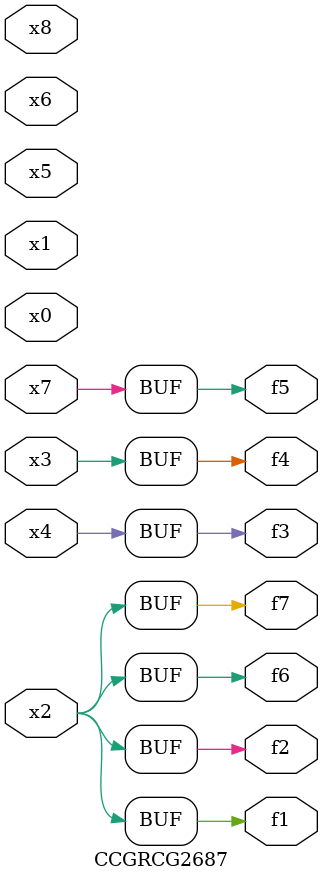
<source format=v>
module CCGRCG2687(
	input x0, x1, x2, x3, x4, x5, x6, x7, x8,
	output f1, f2, f3, f4, f5, f6, f7
);
	assign f1 = x2;
	assign f2 = x2;
	assign f3 = x4;
	assign f4 = x3;
	assign f5 = x7;
	assign f6 = x2;
	assign f7 = x2;
endmodule

</source>
